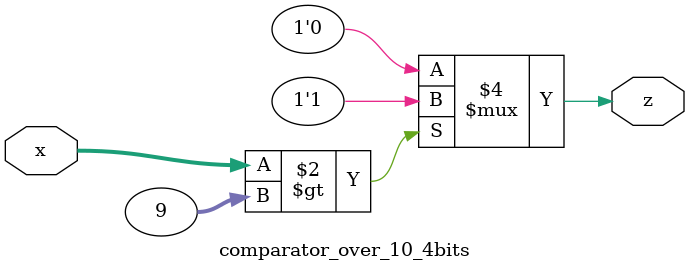
<source format=v>
module comparator_over_10_4bits(
	input [3:0]x,
	output reg z);
	
	always @(x) begin
		z = 0;
		if(x>9)
			z = 1;
	end
endmodule
</source>
